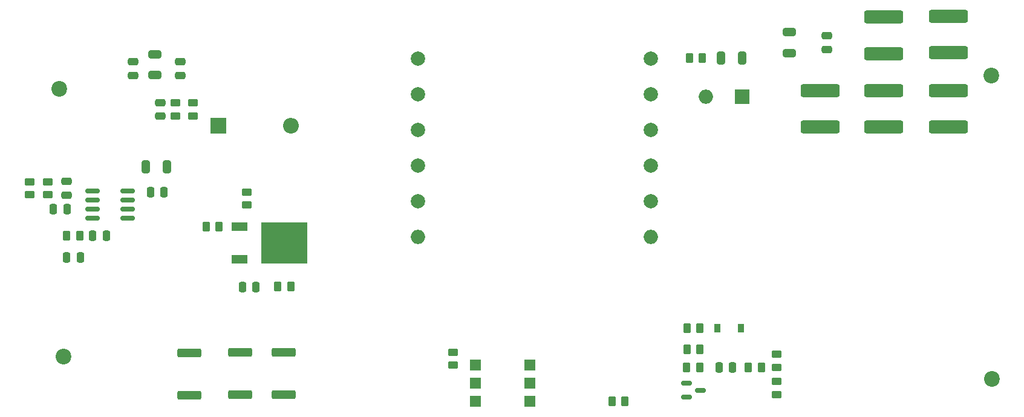
<source format=gbr>
%TF.GenerationSoftware,KiCad,Pcbnew,(6.0.10)*%
%TF.CreationDate,2023-06-11T22:06:00+03:00*%
%TF.ProjectId,flyback,666c7962-6163-46b2-9e6b-696361645f70,rev?*%
%TF.SameCoordinates,Original*%
%TF.FileFunction,Soldermask,Top*%
%TF.FilePolarity,Negative*%
%FSLAX46Y46*%
G04 Gerber Fmt 4.6, Leading zero omitted, Abs format (unit mm)*
G04 Created by KiCad (PCBNEW (6.0.10)) date 2023-06-11 22:06:00*
%MOMM*%
%LPD*%
G01*
G04 APERTURE LIST*
G04 Aperture macros list*
%AMRoundRect*
0 Rectangle with rounded corners*
0 $1 Rounding radius*
0 $2 $3 $4 $5 $6 $7 $8 $9 X,Y pos of 4 corners*
0 Add a 4 corners polygon primitive as box body*
4,1,4,$2,$3,$4,$5,$6,$7,$8,$9,$2,$3,0*
0 Add four circle primitives for the rounded corners*
1,1,$1+$1,$2,$3*
1,1,$1+$1,$4,$5*
1,1,$1+$1,$6,$7*
1,1,$1+$1,$8,$9*
0 Add four rect primitives between the rounded corners*
20,1,$1+$1,$2,$3,$4,$5,0*
20,1,$1+$1,$4,$5,$6,$7,0*
20,1,$1+$1,$6,$7,$8,$9,0*
20,1,$1+$1,$8,$9,$2,$3,0*%
G04 Aperture macros list end*
%ADD10R,1.600000X1.600000*%
%ADD11O,2.000000X2.000000*%
%ADD12C,2.000000*%
%ADD13RoundRect,0.250000X-2.450000X0.650000X-2.450000X-0.650000X2.450000X-0.650000X2.450000X0.650000X0*%
%ADD14RoundRect,0.250000X-0.325000X-0.650000X0.325000X-0.650000X0.325000X0.650000X-0.325000X0.650000X0*%
%ADD15RoundRect,0.250000X-0.250000X-0.475000X0.250000X-0.475000X0.250000X0.475000X-0.250000X0.475000X0*%
%ADD16C,2.200000*%
%ADD17RoundRect,0.250000X-0.650000X0.325000X-0.650000X-0.325000X0.650000X-0.325000X0.650000X0.325000X0*%
%ADD18RoundRect,0.250000X-0.450000X0.262500X-0.450000X-0.262500X0.450000X-0.262500X0.450000X0.262500X0*%
%ADD19RoundRect,0.250000X0.475000X-0.250000X0.475000X0.250000X-0.475000X0.250000X-0.475000X-0.250000X0*%
%ADD20RoundRect,0.250000X0.250000X0.475000X-0.250000X0.475000X-0.250000X-0.475000X0.250000X-0.475000X0*%
%ADD21RoundRect,0.250000X-0.475000X0.250000X-0.475000X-0.250000X0.475000X-0.250000X0.475000X0.250000X0*%
%ADD22RoundRect,0.250000X0.325000X0.650000X-0.325000X0.650000X-0.325000X-0.650000X0.325000X-0.650000X0*%
%ADD23RoundRect,0.250000X0.262500X0.450000X-0.262500X0.450000X-0.262500X-0.450000X0.262500X-0.450000X0*%
%ADD24RoundRect,0.150000X-0.825000X-0.150000X0.825000X-0.150000X0.825000X0.150000X-0.825000X0.150000X0*%
%ADD25RoundRect,0.250000X2.450000X-0.650000X2.450000X0.650000X-2.450000X0.650000X-2.450000X-0.650000X0*%
%ADD26RoundRect,0.250000X-1.425000X0.362500X-1.425000X-0.362500X1.425000X-0.362500X1.425000X0.362500X0*%
%ADD27R,0.900000X1.200000*%
%ADD28RoundRect,0.250000X0.450000X-0.262500X0.450000X0.262500X-0.450000X0.262500X-0.450000X-0.262500X0*%
%ADD29RoundRect,0.250000X-0.262500X-0.450000X0.262500X-0.450000X0.262500X0.450000X-0.262500X0.450000X0*%
%ADD30R,2.200000X2.200000*%
%ADD31O,2.200000X2.200000*%
%ADD32RoundRect,0.150000X-0.587500X-0.150000X0.587500X-0.150000X0.587500X0.150000X-0.587500X0.150000X0*%
%ADD33R,2.200000X1.200000*%
%ADD34R,6.400000X5.800000*%
%ADD35R,2.000000X2.000000*%
G04 APERTURE END LIST*
D10*
%TO.C,U2*%
X171323000Y-119227600D03*
X171323000Y-116687600D03*
X171323000Y-114147600D03*
X163703000Y-114147600D03*
X163703000Y-116687600D03*
X163703000Y-119227600D03*
%TD*%
D11*
%TO.C,T1*%
X188229800Y-96186000D03*
D12*
X188229800Y-91186000D03*
X188229800Y-86186000D03*
X188229800Y-81186000D03*
X188229800Y-76186000D03*
X188229800Y-71186000D03*
X155629800Y-71186000D03*
X155629800Y-76186000D03*
X155629800Y-81186000D03*
X155629800Y-86186000D03*
X155629800Y-91186000D03*
D11*
X155629800Y-96186000D03*
%TD*%
D13*
%TO.C,C13*%
X220853000Y-65395000D03*
X220853000Y-70495000D03*
%TD*%
D14*
%TO.C,C12*%
X198042000Y-71120000D03*
X200992000Y-71120000D03*
%TD*%
D15*
%TO.C,C3*%
X110097250Y-95993000D03*
X111997250Y-95993000D03*
%TD*%
D16*
%TO.C,H2*%
X105435400Y-75412600D03*
%TD*%
D17*
%TO.C,C8*%
X118795800Y-70584800D03*
X118795800Y-73534800D03*
%TD*%
D18*
%TO.C,R6*%
X131699000Y-89891500D03*
X131699000Y-91716500D03*
%TD*%
%TO.C,R4*%
X121691400Y-77421100D03*
X121691400Y-79246100D03*
%TD*%
D19*
%TO.C,C2*%
X106459000Y-90339000D03*
X106459000Y-88439000D03*
%TD*%
D18*
%TO.C,R5*%
X124129800Y-77421100D03*
X124129800Y-79246100D03*
%TD*%
D20*
%TO.C,C5*%
X120101400Y-89916000D03*
X118201400Y-89916000D03*
%TD*%
D21*
%TO.C,C4*%
X115773200Y-71643200D03*
X115773200Y-73543200D03*
%TD*%
D16*
%TO.C,H3*%
X235864400Y-73558400D03*
%TD*%
D22*
%TO.C,C7*%
X120499400Y-86385400D03*
X117549400Y-86385400D03*
%TD*%
D21*
%TO.C,C19*%
X212877400Y-68036400D03*
X212877400Y-69936400D03*
%TD*%
%TO.C,C10*%
X119608600Y-77358200D03*
X119608600Y-79258200D03*
%TD*%
D23*
%TO.C,R16*%
X195120900Y-111912400D03*
X193295900Y-111912400D03*
%TD*%
D16*
%TO.C,H4*%
X236016800Y-116052600D03*
%TD*%
D24*
%TO.C,U1*%
X110072400Y-89789000D03*
X110072400Y-91059000D03*
X110072400Y-92329000D03*
X110072400Y-93599000D03*
X115022400Y-93599000D03*
X115022400Y-92329000D03*
X115022400Y-91059000D03*
X115022400Y-89789000D03*
%TD*%
D23*
%TO.C,R10*%
X137859100Y-103124000D03*
X136034100Y-103124000D03*
%TD*%
D18*
%TO.C,R1*%
X101252000Y-88476500D03*
X101252000Y-90301500D03*
%TD*%
%TO.C,R19*%
X205867000Y-116435500D03*
X205867000Y-118260500D03*
%TD*%
D25*
%TO.C,C15*%
X211963000Y-80782000D03*
X211963000Y-75682000D03*
%TD*%
D23*
%TO.C,R13*%
X184603400Y-119253000D03*
X182778400Y-119253000D03*
%TD*%
D26*
%TO.C,R9*%
X136880600Y-112328100D03*
X136880600Y-118253100D03*
%TD*%
D27*
%TO.C,D3*%
X197587600Y-108991400D03*
X200887600Y-108991400D03*
%TD*%
D28*
%TO.C,R11*%
X160578800Y-114171100D03*
X160578800Y-112346100D03*
%TD*%
D29*
%TO.C,R20*%
X125985900Y-94767400D03*
X127810900Y-94767400D03*
%TD*%
D30*
%TO.C,D1*%
X127733000Y-80626000D03*
D31*
X137893000Y-80626000D03*
%TD*%
D17*
%TO.C,C20*%
X207645000Y-67486000D03*
X207645000Y-70436000D03*
%TD*%
D29*
%TO.C,R15*%
X193295900Y-108991400D03*
X195120900Y-108991400D03*
%TD*%
D16*
%TO.C,H1*%
X106019600Y-112928400D03*
%TD*%
D32*
%TO.C,U3*%
X193269000Y-116702800D03*
X193269000Y-118602800D03*
X195144000Y-117652800D03*
%TD*%
D15*
%TO.C,C14*%
X197805000Y-114477800D03*
X199705000Y-114477800D03*
%TD*%
D29*
%TO.C,R12*%
X193651500Y-71120000D03*
X195476500Y-71120000D03*
%TD*%
D26*
%TO.C,R8*%
X123672600Y-112455100D03*
X123672600Y-118380100D03*
%TD*%
D33*
%TO.C,Q1*%
X130623200Y-94773400D03*
D34*
X136923200Y-97053400D03*
D33*
X130623200Y-99333400D03*
%TD*%
D21*
%TO.C,C6*%
X122326400Y-71643200D03*
X122326400Y-73543200D03*
%TD*%
D29*
%TO.C,R17*%
X201906500Y-114477800D03*
X203731500Y-114477800D03*
%TD*%
D18*
%TO.C,R18*%
X205841600Y-112650900D03*
X205841600Y-114475900D03*
%TD*%
D25*
%TO.C,C17*%
X229870000Y-80782000D03*
X229870000Y-75682000D03*
%TD*%
D15*
%TO.C,C11*%
X131079200Y-103200200D03*
X132979200Y-103200200D03*
%TD*%
D29*
%TO.C,R3*%
X106451750Y-95993000D03*
X108276750Y-95993000D03*
%TD*%
D15*
%TO.C,C9*%
X104620000Y-92310000D03*
X106520000Y-92310000D03*
%TD*%
D13*
%TO.C,C16*%
X229870000Y-65268000D03*
X229870000Y-70368000D03*
%TD*%
D28*
%TO.C,R2*%
X103792000Y-90301500D03*
X103792000Y-88476500D03*
%TD*%
D26*
%TO.C,R7*%
X130759200Y-112353500D03*
X130759200Y-118278500D03*
%TD*%
D29*
%TO.C,R14*%
X193270500Y-114477800D03*
X195095500Y-114477800D03*
%TD*%
D25*
%TO.C,C18*%
X220853000Y-80782000D03*
X220853000Y-75682000D03*
%TD*%
D15*
%TO.C,C1*%
X106459000Y-99041000D03*
X108359000Y-99041000D03*
%TD*%
D35*
%TO.C,D2*%
X201041000Y-76510000D03*
D11*
X195961000Y-76510000D03*
%TD*%
M02*

</source>
